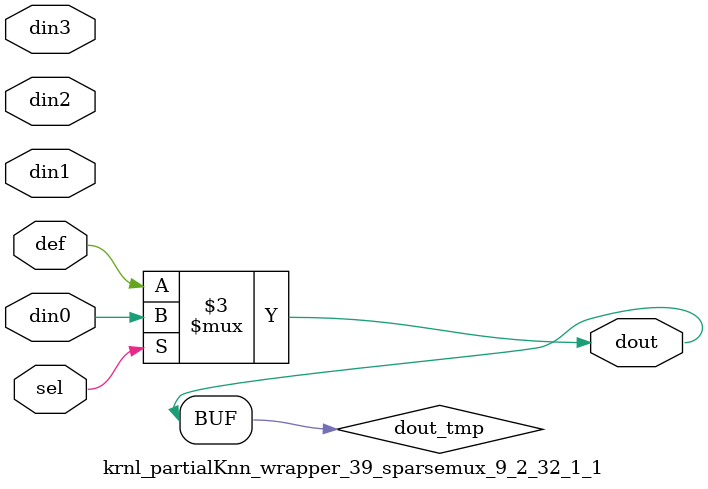
<source format=v>
`timescale 1 ns / 1 ps
module krnl_partialKnn_wrapper_39_sparsemux_9_2_32_1_1 (din0,din1,din2,din3,def,sel,dout);
parameter din0_WIDTH = 1;
parameter din1_WIDTH = 1;
parameter din2_WIDTH = 1;
parameter din3_WIDTH = 1;
parameter def_WIDTH = 1;
parameter sel_WIDTH = 1;
parameter dout_WIDTH = 1;
parameter [sel_WIDTH-1:0] CASE0 = 1;
parameter [sel_WIDTH-1:0] CASE1 = 1;
parameter [sel_WIDTH-1:0] CASE2 = 1;
parameter [sel_WIDTH-1:0] CASE3 = 1;
parameter ID = 1;
parameter NUM_STAGE = 1;
input [din0_WIDTH-1:0] din0;
input [din1_WIDTH-1:0] din1;
input [din2_WIDTH-1:0] din2;
input [din3_WIDTH-1:0] din3;
input [def_WIDTH-1:0] def;
input [sel_WIDTH-1:0] sel;
output [dout_WIDTH-1:0] dout;
reg [dout_WIDTH-1:0] dout_tmp;
always @ (*) begin
case (sel)
    
    CASE0 : dout_tmp = din0;
    
    CASE1 : dout_tmp = din1;
    
    CASE2 : dout_tmp = din2;
    
    CASE3 : dout_tmp = din3;
    
    default : dout_tmp = def;
endcase
end
assign dout = dout_tmp;
endmodule
</source>
